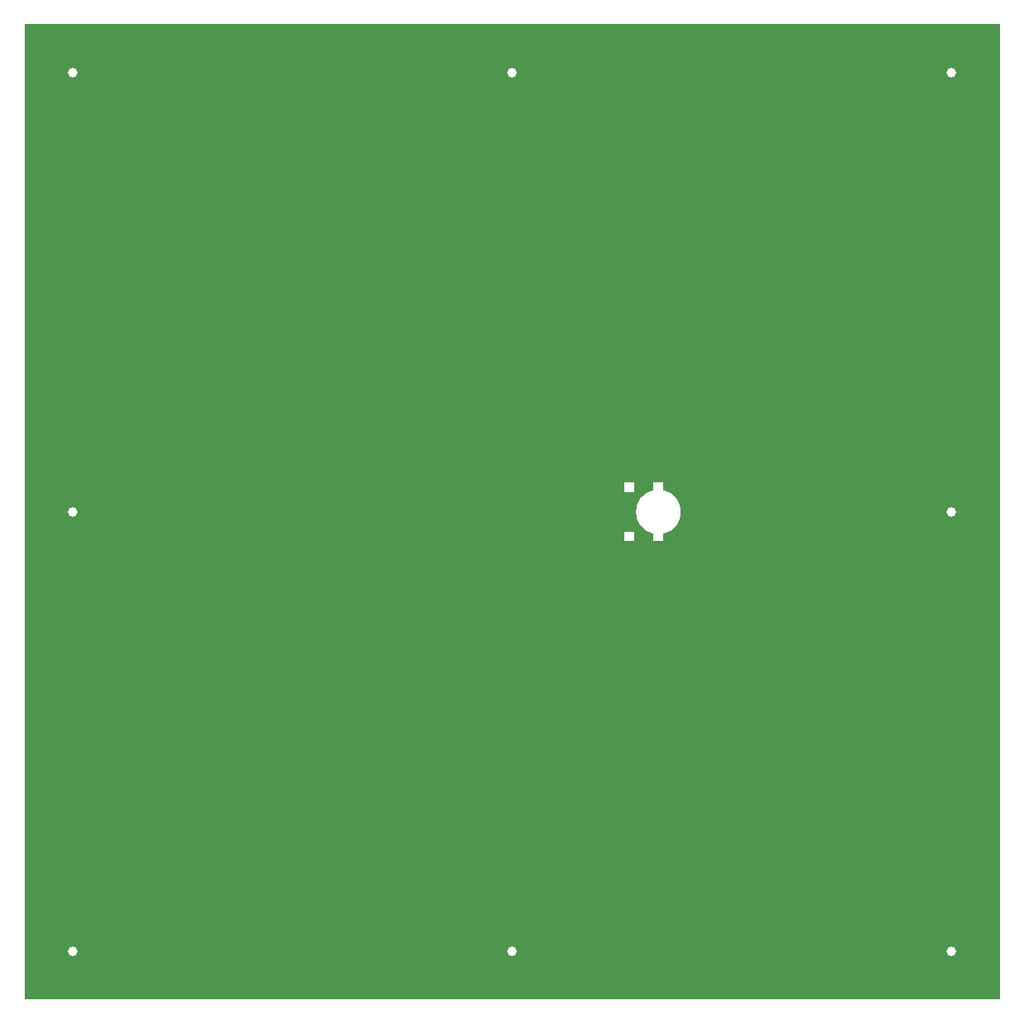
<source format=gbr>
G04 =======================================* 
G04 File Format: RS-274X * 
G04 Date:        April 25 2025 * 
G04 Time:        15:27:41 * 
G04 =======================================* 
G04 Format description *** 
G04 Code:          ASCII * 
G04 Unit:          Millimeter * 
G04 Coordinates:   Absolut * 
G04 Digits:        3.3-format * 
G04 Zeros skipped: Leading zeros omitted * 
G04 =======================================* 
%FSLAX33Y33*%
%MOMM*%
G90*
G71*
%ADD10C,1*%
%LPD*%
G36*
G01X-49970Y-50000D02*
G01X50029Y-50000D01*
G01X50029Y50000D01*
G01X-49970Y50000D01*
G37*
%LPC*%
G36*
G01X11529Y-2002D02*
G01X12529Y-2002D01*
G01X12529Y-3002D01*
G01X11529Y-3002D01*
G37*
G36*
G01X14529Y2244D02*
G01X14529Y3002D01*
G01X15529Y3002D01*
G75*
G01X15529Y2244D01*
G02X15529Y-2244I-500J-2244D01*
G01X15529Y-2244D01*
G01X15529Y-3002D01*
G01X14529Y-3002D01*
G75*
G01X14529Y-2244D01*
G02X14529Y2244I500J2244D01*
G37*
G36*
G01X11529Y3002D02*
G01X12529Y3002D01*
G01X12529Y2002D01*
G01X11529Y2002D01*
G37*
G54D10*
X45079Y-45050D03*
G54D10*
X45079Y45050D03*
G54D10*
X-45020Y45050D03*
G54D10*
X-45020Y-45050D03*
G54D10*
X45079Y0D03*
G54D10*
X-45020Y0D03*
G54D10*
X29Y45050D03*
G54D10*
X29Y-45050D03*
M02* 
G04 End Of Gerber File* 

</source>
